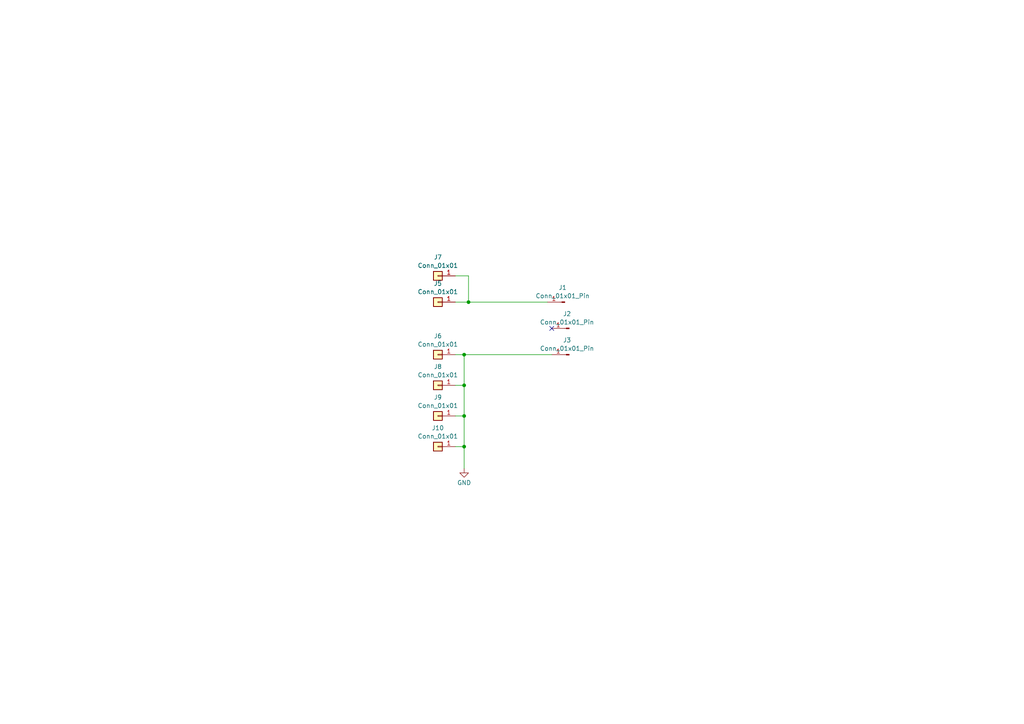
<source format=kicad_sch>
(kicad_sch (version 20231120) (generator "eeschema") (generator_version "8.0")
  (paper "A4")
  (lib_symbols
    (symbol "Connector:Conn_01x01_Pin" (pin_names (offset 1.016) hide)
      (property "Reference" "J" (at 0 2.54 0))
      (property "Value" "Conn_01x01_Pin" (at 0 -2.54 0))
      (symbol "Conn_01x01_Pin_1_1"
        (polyline (pts (xy 1.27 0) (xy 0.8636 0)) (stroke (width 0.1524)))
        (rectangle (start 0.8636 0.127) (end 0 -0.127) (stroke (width 0.1524)) (fill (type outline)))
        (pin passive line (at 5.08 0 180) (length 3.81) (name "Pin_1") (number "1"))
      )
    )
    (symbol "Connector_Generic:Conn_01x01" (pin_names (offset 1.016) hide)
      (property "Reference" "J" (at 0 2.54 0))
      (property "Value" "Conn_01x01" (at 0 -2.54 0))
      (symbol "Conn_01x01_1_1"
        (rectangle (start -1.27 0.127) (end 0 -0.127) (stroke (width 0.1524)))
        (rectangle (start -1.27 1.27) (end 1.27 -1.27) (stroke (width 0.254)) (fill (type background)))
        (pin passive line (at -5.08 0 0) (length 3.81) (name "Pin_1") (number "1"))
      )
    )
    (symbol "power:GND" (power) (pin_names (offset 0))
      (property "Value" "GND" (at 0 -3.81 0))
      (symbol "GND_0_1"
        (polyline (pts (xy 0 0) (xy 0 -1.27) (xy 1.27 -1.27) (xy 0 -2.54) (xy -1.27 -1.27) (xy 0 -1.27)))
      )
      (symbol "GND_1_1"
        (pin power_in line (at 0 0 270) (length 0) hide (name "GND") (number "1"))
      )
    )
  )
  (junction (at 134.62 129.54))
  (junction (at 134.62 111.76))
  (junction (at 134.62 120.65))
  (junction (at 134.62 102.87))
  (junction (at 135.89 87.63))
  (no_connect (at 160.02 95.25))
  (wire (pts (xy 132.08 87.63) (xy 135.89 87.63)))
  (wire (pts (xy 132.08 111.76) (xy 134.62 111.76)))
  (wire (pts (xy 135.89 87.63) (xy 158.75 87.63)))
  (wire (pts (xy 134.62 120.65) (xy 134.62 129.54)))
  (wire (pts (xy 134.62 102.87) (xy 160.02 102.87)))
  (wire (pts (xy 132.08 120.65) (xy 134.62 120.65)))
  (wire (pts (xy 132.08 129.54) (xy 134.62 129.54)))
  (wire (pts (xy 135.89 80.01) (xy 135.89 87.63)))
  (wire (pts (xy 134.62 102.87) (xy 134.62 111.76)))
  (wire (pts (xy 132.08 80.01) (xy 135.89 80.01)))
  (wire (pts (xy 134.62 129.54) (xy 134.62 135.89)))
  (wire (pts (xy 134.62 111.76) (xy 134.62 120.65)))
  (wire (pts (xy 132.08 102.87) (xy 134.62 102.87)))
  (symbol (lib_id "Connector_Generic:Conn_01x01") (at 127 87.63 180) (unit 1)
    (property "Reference" "J5" (at 127 82.2155 0))
    (property "Value" "Conn_01x01" (at 127 84.6398 0))
    (property "Footprint" "Franz-Lib:Mounting_Wuerth_WA-SMSI-M2_H6mm_9774060243" (effects (hide yes)))
  )
  (symbol (lib_id "Connector_Generic:Conn_01x01") (at 127 129.54 180) (unit 1)
    (property "Reference" "J10" (at 127 124.1255 0))
    (property "Value" "Conn_01x01" (at 127 126.5498 0))
    (property "Footprint" "Franz-Lib:Mounting_Wuerth_WA-SMSI-M2_H6mm_9774060243" (effects (hide yes)))
  )
  (symbol (lib_id "power:GND") (at 134.62 135.89 0) (unit 1)
    (property "Reference" "#PWR01" (effects (hide yes)))
    (property "Value" "GND" (at 134.62 140.0231 0))
  )
  (symbol (lib_id "Connector:Conn_01x01_Pin") (at 165.1 95.25 180) (unit 1)
    (property "Reference" "J2" (at 164.465 91.0295 0))
    (property "Value" "Conn_01x01_Pin" (at 164.465 93.4537 0))
    (property "Footprint" "Franz-Lib:Keystone_4907" (effects (hide yes)))
  )
  (symbol (lib_id "Connector:Conn_01x01_Pin") (at 165.1 102.87 180) (unit 1)
    (property "Reference" "J3" (at 164.465 98.6495 0))
    (property "Value" "Conn_01x01_Pin" (at 164.465 101.0737 0))
    (property "Footprint" "Franz-Lib:Keystone_4907" (effects (hide yes)))
  )
  (symbol (lib_id "Connector:Conn_01x01_Pin") (at 163.83 87.63 180) (unit 1)
    (property "Reference" "J1" (at 163.195 83.4095 0))
    (property "Value" "Conn_01x01_Pin" (at 163.195 85.8337 0))
    (property "Footprint" "Franz-Lib:Keystone_4907" (effects (hide yes)))
  )
  (symbol (lib_id "Connector_Generic:Conn_01x01") (at 127 120.65 180) (unit 1)
    (property "Reference" "J9" (at 127 115.2355 0))
    (property "Value" "Conn_01x01" (at 127 117.6598 0))
    (property "Footprint" "Franz-Lib:Mounting_Wuerth_WA-SMSI-M2_H6mm_9774060243" (effects (hide yes)))
  )
  (symbol (lib_id "Connector_Generic:Conn_01x01") (at 127 111.76 180) (unit 1)
    (property "Reference" "J8" (at 127 106.3455 0))
    (property "Value" "Conn_01x01" (at 127 108.7698 0))
    (property "Footprint" "Franz-Lib:Mounting_Wuerth_WA-SMSI-M2_H6mm_9774060243" (effects (hide yes)))
  )
  (symbol (lib_id "Connector_Generic:Conn_01x01") (at 127 80.01 180) (unit 1)
    (property "Reference" "J7" (at 127 74.5955 0))
    (property "Value" "Conn_01x01" (at 127 77.0198 0))
    (property "Footprint" "Franz-Lib:Mounting_Wuerth_WA-SMSI-M2_H6mm_9774060243" (effects (hide yes)))
  )
  (symbol (lib_id "Connector_Generic:Conn_01x01") (at 127 102.87 180) (unit 1)
    (property "Reference" "J6" (at 127 97.4555 0))
    (property "Value" "Conn_01x01" (at 127 99.8798 0))
    (property "Footprint" "Franz-Lib:Mounting_Wuerth_WA-SMSI-M2_H6mm_9774060243" (effects (hide yes)))
  )
)
</source>
